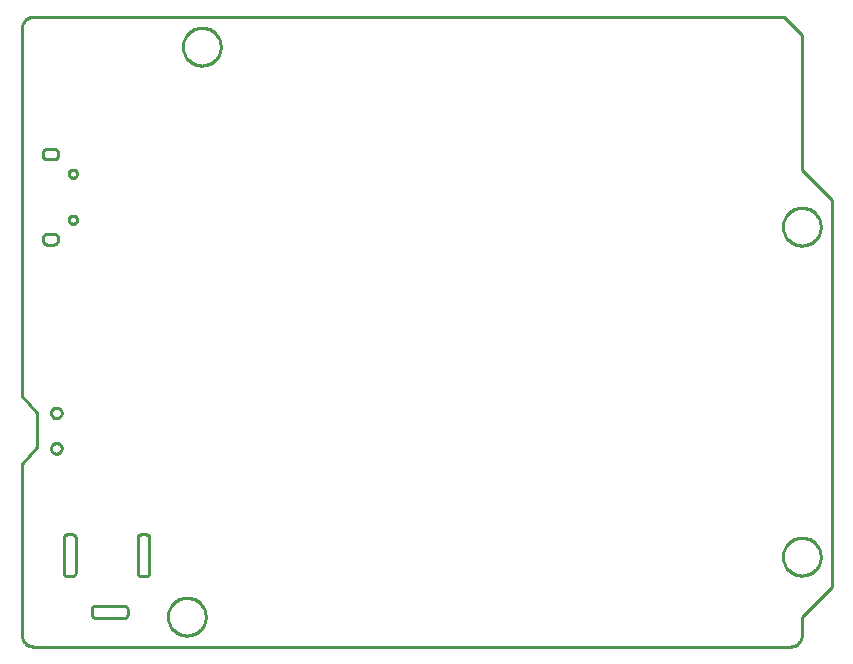
<source format=gbr>
G04 EAGLE Gerber RS-274X export*
G75*
%MOMM*%
%FSLAX34Y34*%
%LPD*%
%IN*%
%IPPOS*%
%AMOC8*
5,1,8,0,0,1.08239X$1,22.5*%
G01*
%ADD10C,0.254000*%


D10*
X0Y10000D02*
X38Y9128D01*
X152Y8264D01*
X341Y7412D01*
X603Y6580D01*
X937Y5774D01*
X1340Y5000D01*
X1808Y4264D01*
X2340Y3572D01*
X2929Y2929D01*
X3572Y2340D01*
X4264Y1808D01*
X5000Y1340D01*
X5774Y937D01*
X6580Y603D01*
X7412Y341D01*
X8264Y152D01*
X9128Y38D01*
X10000Y0D01*
X650400Y0D01*
X651272Y38D01*
X652136Y152D01*
X652988Y341D01*
X653820Y603D01*
X654626Y937D01*
X655400Y1340D01*
X656136Y1808D01*
X656828Y2340D01*
X657471Y2929D01*
X658060Y3572D01*
X658592Y4264D01*
X659060Y5000D01*
X659463Y5774D01*
X659797Y6580D01*
X660059Y7412D01*
X660248Y8264D01*
X660362Y9128D01*
X660400Y10000D01*
X660400Y25400D01*
X685800Y50800D01*
X685800Y378460D01*
X660400Y403860D01*
X660400Y518160D01*
X645160Y533400D01*
X10000Y533400D01*
X9128Y533362D01*
X8264Y533248D01*
X7412Y533059D01*
X6580Y532797D01*
X5774Y532463D01*
X5000Y532060D01*
X4264Y531592D01*
X3572Y531060D01*
X2929Y530471D01*
X2340Y529828D01*
X1808Y529136D01*
X1340Y528400D01*
X937Y527626D01*
X603Y526820D01*
X341Y525988D01*
X152Y525136D01*
X38Y524272D01*
X0Y523400D01*
X0Y212090D01*
X12700Y198120D01*
X12700Y168910D01*
X0Y154940D01*
X0Y10000D01*
X59480Y26970D02*
X59490Y26752D01*
X59518Y26536D01*
X59565Y26323D01*
X59631Y26115D01*
X59714Y25913D01*
X59815Y25720D01*
X59932Y25536D01*
X60065Y25363D01*
X60212Y25202D01*
X60373Y25055D01*
X60546Y24922D01*
X60730Y24805D01*
X60923Y24704D01*
X61125Y24621D01*
X61333Y24555D01*
X61546Y24508D01*
X61762Y24480D01*
X61980Y24470D01*
X86980Y24470D01*
X87198Y24480D01*
X87414Y24508D01*
X87627Y24555D01*
X87835Y24621D01*
X88037Y24704D01*
X88230Y24805D01*
X88414Y24922D01*
X88587Y25055D01*
X88748Y25202D01*
X88895Y25363D01*
X89028Y25536D01*
X89145Y25720D01*
X89246Y25913D01*
X89329Y26115D01*
X89395Y26323D01*
X89442Y26536D01*
X89471Y26752D01*
X89480Y26970D01*
X89480Y31970D01*
X89471Y32188D01*
X89442Y32404D01*
X89395Y32617D01*
X89329Y32825D01*
X89246Y33027D01*
X89145Y33220D01*
X89028Y33404D01*
X88895Y33577D01*
X88748Y33738D01*
X88587Y33885D01*
X88414Y34018D01*
X88230Y34135D01*
X88037Y34236D01*
X87835Y34319D01*
X87627Y34385D01*
X87414Y34432D01*
X87198Y34461D01*
X86980Y34470D01*
X61980Y34470D01*
X61762Y34461D01*
X61546Y34432D01*
X61333Y34385D01*
X61125Y34319D01*
X60923Y34236D01*
X60730Y34135D01*
X60546Y34018D01*
X60373Y33885D01*
X60212Y33738D01*
X60065Y33577D01*
X59932Y33404D01*
X59815Y33220D01*
X59714Y33027D01*
X59631Y32825D01*
X59565Y32617D01*
X59518Y32404D01*
X59490Y32188D01*
X59480Y31970D01*
X59480Y26970D01*
X97980Y62470D02*
X97990Y62252D01*
X98018Y62036D01*
X98065Y61823D01*
X98131Y61615D01*
X98214Y61413D01*
X98315Y61220D01*
X98432Y61036D01*
X98565Y60863D01*
X98712Y60702D01*
X98873Y60555D01*
X99046Y60422D01*
X99230Y60305D01*
X99423Y60204D01*
X99625Y60121D01*
X99833Y60055D01*
X100046Y60008D01*
X100262Y59980D01*
X100480Y59970D01*
X105480Y59970D01*
X105698Y59980D01*
X105914Y60008D01*
X106127Y60055D01*
X106335Y60121D01*
X106537Y60204D01*
X106730Y60305D01*
X106914Y60422D01*
X107087Y60555D01*
X107248Y60702D01*
X107395Y60863D01*
X107528Y61036D01*
X107645Y61220D01*
X107746Y61413D01*
X107829Y61615D01*
X107895Y61823D01*
X107942Y62036D01*
X107971Y62252D01*
X107980Y62470D01*
X107980Y92470D01*
X107971Y92688D01*
X107942Y92904D01*
X107895Y93117D01*
X107829Y93325D01*
X107746Y93527D01*
X107645Y93720D01*
X107528Y93904D01*
X107395Y94077D01*
X107248Y94238D01*
X107087Y94385D01*
X106914Y94518D01*
X106730Y94635D01*
X106537Y94736D01*
X106335Y94819D01*
X106127Y94885D01*
X105914Y94932D01*
X105698Y94961D01*
X105480Y94970D01*
X100480Y94970D01*
X100262Y94961D01*
X100046Y94932D01*
X99833Y94885D01*
X99625Y94819D01*
X99423Y94736D01*
X99230Y94635D01*
X99046Y94518D01*
X98873Y94385D01*
X98712Y94238D01*
X98565Y94077D01*
X98432Y93904D01*
X98315Y93720D01*
X98214Y93527D01*
X98131Y93325D01*
X98065Y93117D01*
X98018Y92904D01*
X97990Y92688D01*
X97980Y92470D01*
X97980Y62470D01*
X35480Y62470D02*
X35490Y62252D01*
X35518Y62036D01*
X35565Y61823D01*
X35631Y61615D01*
X35714Y61413D01*
X35815Y61220D01*
X35932Y61036D01*
X36065Y60863D01*
X36212Y60702D01*
X36373Y60555D01*
X36546Y60422D01*
X36730Y60305D01*
X36923Y60204D01*
X37125Y60121D01*
X37333Y60055D01*
X37546Y60008D01*
X37762Y59980D01*
X37980Y59970D01*
X42980Y59970D01*
X43198Y59980D01*
X43414Y60008D01*
X43627Y60055D01*
X43835Y60121D01*
X44037Y60204D01*
X44230Y60305D01*
X44414Y60422D01*
X44587Y60555D01*
X44748Y60702D01*
X44895Y60863D01*
X45028Y61036D01*
X45145Y61220D01*
X45246Y61413D01*
X45329Y61615D01*
X45395Y61823D01*
X45442Y62036D01*
X45471Y62252D01*
X45480Y62470D01*
X45480Y92470D01*
X45471Y92688D01*
X45442Y92904D01*
X45395Y93117D01*
X45329Y93325D01*
X45246Y93527D01*
X45145Y93720D01*
X45028Y93904D01*
X44895Y94077D01*
X44748Y94238D01*
X44587Y94385D01*
X44414Y94518D01*
X44230Y94635D01*
X44037Y94736D01*
X43835Y94819D01*
X43627Y94885D01*
X43414Y94932D01*
X43198Y94961D01*
X42980Y94970D01*
X37980Y94970D01*
X37762Y94961D01*
X37546Y94932D01*
X37333Y94885D01*
X37125Y94819D01*
X36923Y94736D01*
X36730Y94635D01*
X36546Y94518D01*
X36373Y94385D01*
X36212Y94238D01*
X36065Y94077D01*
X35932Y93904D01*
X35815Y93720D01*
X35714Y93527D01*
X35631Y93325D01*
X35565Y93117D01*
X35518Y92904D01*
X35490Y92688D01*
X35480Y92470D01*
X35480Y62470D01*
X17680Y345000D02*
X17652Y344649D01*
X17654Y344298D01*
X17687Y343948D01*
X17750Y343602D01*
X17843Y343263D01*
X17966Y342933D01*
X18117Y342615D01*
X18294Y342312D01*
X18498Y342025D01*
X18726Y341757D01*
X18976Y341510D01*
X19247Y341286D01*
X19536Y341086D01*
X19842Y340912D01*
X20162Y340766D01*
X20493Y340648D01*
X20833Y340559D01*
X21180Y340500D01*
X27180Y340500D01*
X27527Y340559D01*
X27867Y340648D01*
X28198Y340766D01*
X28518Y340912D01*
X28824Y341086D01*
X29113Y341286D01*
X29384Y341510D01*
X29634Y341757D01*
X29862Y342025D01*
X30066Y342312D01*
X30243Y342615D01*
X30394Y342933D01*
X30517Y343263D01*
X30610Y343602D01*
X30673Y343948D01*
X30706Y344298D01*
X30708Y344649D01*
X30680Y345000D01*
X30708Y345351D01*
X30706Y345702D01*
X30673Y346052D01*
X30610Y346398D01*
X30517Y346737D01*
X30394Y347067D01*
X30243Y347385D01*
X30066Y347688D01*
X29862Y347975D01*
X29634Y348243D01*
X29384Y348490D01*
X29113Y348714D01*
X28824Y348914D01*
X28518Y349088D01*
X28198Y349234D01*
X27867Y349352D01*
X27527Y349441D01*
X27180Y349500D01*
X21180Y349500D01*
X20833Y349441D01*
X20493Y349352D01*
X20162Y349234D01*
X19842Y349088D01*
X19536Y348914D01*
X19247Y348714D01*
X18976Y348490D01*
X18726Y348243D01*
X18498Y347975D01*
X18294Y347688D01*
X18117Y347385D01*
X17966Y347067D01*
X17843Y346737D01*
X17750Y346398D01*
X17687Y346052D01*
X17654Y345702D01*
X17652Y345351D01*
X17680Y345000D01*
X17680Y416000D02*
X17716Y415674D01*
X17780Y415353D01*
X17872Y415038D01*
X17992Y414733D01*
X18137Y414439D01*
X18307Y414159D01*
X18502Y413894D01*
X18718Y413648D01*
X18955Y413422D01*
X19211Y413217D01*
X19484Y413035D01*
X19772Y412877D01*
X20072Y412746D01*
X20382Y412641D01*
X20701Y412563D01*
X21025Y412514D01*
X21352Y412492D01*
X21680Y412500D01*
X27180Y412500D01*
X27485Y412513D01*
X27788Y412553D01*
X28086Y412619D01*
X28377Y412711D01*
X28659Y412828D01*
X28930Y412969D01*
X29188Y413133D01*
X29430Y413319D01*
X29655Y413525D01*
X29861Y413750D01*
X30047Y413992D01*
X30211Y414250D01*
X30352Y414521D01*
X30469Y414803D01*
X30561Y415094D01*
X30627Y415392D01*
X30667Y415695D01*
X30680Y416000D01*
X30680Y418000D01*
X30667Y418305D01*
X30627Y418608D01*
X30561Y418906D01*
X30469Y419197D01*
X30352Y419479D01*
X30211Y419750D01*
X30047Y420008D01*
X29861Y420250D01*
X29655Y420475D01*
X29430Y420681D01*
X29188Y420867D01*
X28930Y421031D01*
X28659Y421172D01*
X28377Y421289D01*
X28086Y421381D01*
X27788Y421447D01*
X27485Y421487D01*
X27180Y421500D01*
X21680Y421500D01*
X21352Y421508D01*
X21025Y421486D01*
X20701Y421437D01*
X20382Y421359D01*
X20072Y421254D01*
X19772Y421123D01*
X19484Y420965D01*
X19211Y420783D01*
X18955Y420578D01*
X18718Y420352D01*
X18502Y420106D01*
X18307Y419842D01*
X18137Y419561D01*
X17992Y419268D01*
X17872Y418962D01*
X17780Y418647D01*
X17716Y418326D01*
X17680Y418000D01*
X17680Y416000D01*
X676400Y355076D02*
X676332Y354031D01*
X676195Y352992D01*
X675990Y351965D01*
X675719Y350953D01*
X675383Y349961D01*
X674982Y348993D01*
X674518Y348054D01*
X673995Y347146D01*
X673413Y346275D01*
X672775Y345444D01*
X672084Y344657D01*
X671343Y343916D01*
X670556Y343225D01*
X669725Y342588D01*
X668854Y342006D01*
X667946Y341482D01*
X667007Y341018D01*
X666039Y340617D01*
X665047Y340281D01*
X664035Y340010D01*
X663008Y339805D01*
X661969Y339669D01*
X660924Y339600D01*
X659876Y339600D01*
X658831Y339669D01*
X657792Y339805D01*
X656765Y340010D01*
X655753Y340281D01*
X654761Y340617D01*
X653793Y341018D01*
X652854Y341482D01*
X651946Y342006D01*
X651075Y342588D01*
X650244Y343225D01*
X649457Y343916D01*
X648716Y344657D01*
X648025Y345444D01*
X647388Y346275D01*
X646806Y347146D01*
X646282Y348054D01*
X645818Y348993D01*
X645417Y349961D01*
X645081Y350953D01*
X644810Y351965D01*
X644605Y352992D01*
X644469Y354031D01*
X644400Y355076D01*
X644400Y356124D01*
X644469Y357169D01*
X644605Y358208D01*
X644810Y359235D01*
X645081Y360247D01*
X645417Y361239D01*
X645818Y362207D01*
X646282Y363146D01*
X646806Y364054D01*
X647388Y364925D01*
X648025Y365756D01*
X648716Y366543D01*
X649457Y367284D01*
X650244Y367975D01*
X651075Y368613D01*
X651946Y369195D01*
X652854Y369718D01*
X653793Y370182D01*
X654761Y370583D01*
X655753Y370919D01*
X656765Y371190D01*
X657792Y371395D01*
X658831Y371532D01*
X659876Y371600D01*
X660924Y371600D01*
X661969Y371532D01*
X663008Y371395D01*
X664035Y371190D01*
X665047Y370919D01*
X666039Y370583D01*
X667007Y370182D01*
X667946Y369718D01*
X668854Y369195D01*
X669725Y368613D01*
X670556Y367975D01*
X671343Y367284D01*
X672084Y366543D01*
X672775Y365756D01*
X673413Y364925D01*
X673995Y364054D01*
X674518Y363146D01*
X674982Y362207D01*
X675383Y361239D01*
X675719Y360247D01*
X675990Y359235D01*
X676195Y358208D01*
X676332Y357169D01*
X676400Y356124D01*
X676400Y355076D01*
X676400Y75676D02*
X676332Y74631D01*
X676195Y73592D01*
X675990Y72565D01*
X675719Y71553D01*
X675383Y70561D01*
X674982Y69593D01*
X674518Y68654D01*
X673995Y67746D01*
X673413Y66875D01*
X672775Y66044D01*
X672084Y65257D01*
X671343Y64516D01*
X670556Y63825D01*
X669725Y63188D01*
X668854Y62606D01*
X667946Y62082D01*
X667007Y61618D01*
X666039Y61217D01*
X665047Y60881D01*
X664035Y60610D01*
X663008Y60405D01*
X661969Y60269D01*
X660924Y60200D01*
X659876Y60200D01*
X658831Y60269D01*
X657792Y60405D01*
X656765Y60610D01*
X655753Y60881D01*
X654761Y61217D01*
X653793Y61618D01*
X652854Y62082D01*
X651946Y62606D01*
X651075Y63188D01*
X650244Y63825D01*
X649457Y64516D01*
X648716Y65257D01*
X648025Y66044D01*
X647388Y66875D01*
X646806Y67746D01*
X646282Y68654D01*
X645818Y69593D01*
X645417Y70561D01*
X645081Y71553D01*
X644810Y72565D01*
X644605Y73592D01*
X644469Y74631D01*
X644400Y75676D01*
X644400Y76724D01*
X644469Y77769D01*
X644605Y78808D01*
X644810Y79835D01*
X645081Y80847D01*
X645417Y81839D01*
X645818Y82807D01*
X646282Y83746D01*
X646806Y84654D01*
X647388Y85525D01*
X648025Y86356D01*
X648716Y87143D01*
X649457Y87884D01*
X650244Y88575D01*
X651075Y89213D01*
X651946Y89795D01*
X652854Y90318D01*
X653793Y90782D01*
X654761Y91183D01*
X655753Y91519D01*
X656765Y91790D01*
X657792Y91995D01*
X658831Y92132D01*
X659876Y92200D01*
X660924Y92200D01*
X661969Y92132D01*
X663008Y91995D01*
X664035Y91790D01*
X665047Y91519D01*
X666039Y91183D01*
X667007Y90782D01*
X667946Y90318D01*
X668854Y89795D01*
X669725Y89213D01*
X670556Y88575D01*
X671343Y87884D01*
X672084Y87143D01*
X672775Y86356D01*
X673413Y85525D01*
X673995Y84654D01*
X674518Y83746D01*
X674982Y82807D01*
X675383Y81839D01*
X675719Y80847D01*
X675990Y79835D01*
X676195Y78808D01*
X676332Y77769D01*
X676400Y76724D01*
X676400Y75676D01*
X168400Y507476D02*
X168332Y506431D01*
X168195Y505392D01*
X167990Y504365D01*
X167719Y503353D01*
X167383Y502361D01*
X166982Y501393D01*
X166518Y500454D01*
X165995Y499546D01*
X165413Y498675D01*
X164775Y497844D01*
X164084Y497057D01*
X163343Y496316D01*
X162556Y495625D01*
X161725Y494988D01*
X160854Y494406D01*
X159946Y493882D01*
X159007Y493418D01*
X158039Y493017D01*
X157047Y492681D01*
X156035Y492410D01*
X155008Y492205D01*
X153969Y492069D01*
X152924Y492000D01*
X151876Y492000D01*
X150831Y492069D01*
X149792Y492205D01*
X148765Y492410D01*
X147753Y492681D01*
X146761Y493017D01*
X145793Y493418D01*
X144854Y493882D01*
X143946Y494406D01*
X143075Y494988D01*
X142244Y495625D01*
X141457Y496316D01*
X140716Y497057D01*
X140025Y497844D01*
X139388Y498675D01*
X138806Y499546D01*
X138282Y500454D01*
X137818Y501393D01*
X137417Y502361D01*
X137081Y503353D01*
X136810Y504365D01*
X136605Y505392D01*
X136469Y506431D01*
X136400Y507476D01*
X136400Y508524D01*
X136469Y509569D01*
X136605Y510608D01*
X136810Y511635D01*
X137081Y512647D01*
X137417Y513639D01*
X137818Y514607D01*
X138282Y515546D01*
X138806Y516454D01*
X139388Y517325D01*
X140025Y518156D01*
X140716Y518943D01*
X141457Y519684D01*
X142244Y520375D01*
X143075Y521013D01*
X143946Y521595D01*
X144854Y522118D01*
X145793Y522582D01*
X146761Y522983D01*
X147753Y523319D01*
X148765Y523590D01*
X149792Y523795D01*
X150831Y523932D01*
X151876Y524000D01*
X152924Y524000D01*
X153969Y523932D01*
X155008Y523795D01*
X156035Y523590D01*
X157047Y523319D01*
X158039Y522983D01*
X159007Y522582D01*
X159946Y522118D01*
X160854Y521595D01*
X161725Y521013D01*
X162556Y520375D01*
X163343Y519684D01*
X164084Y518943D01*
X164775Y518156D01*
X165413Y517325D01*
X165995Y516454D01*
X166518Y515546D01*
X166982Y514607D01*
X167383Y513639D01*
X167719Y512647D01*
X167990Y511635D01*
X168195Y510608D01*
X168332Y509569D01*
X168400Y508524D01*
X168400Y507476D01*
X155700Y24876D02*
X155632Y23831D01*
X155495Y22792D01*
X155290Y21765D01*
X155019Y20753D01*
X154683Y19761D01*
X154282Y18793D01*
X153818Y17854D01*
X153295Y16946D01*
X152713Y16075D01*
X152075Y15244D01*
X151384Y14457D01*
X150643Y13716D01*
X149856Y13025D01*
X149025Y12388D01*
X148154Y11806D01*
X147246Y11282D01*
X146307Y10818D01*
X145339Y10417D01*
X144347Y10081D01*
X143335Y9810D01*
X142308Y9605D01*
X141269Y9469D01*
X140224Y9400D01*
X139176Y9400D01*
X138131Y9469D01*
X137092Y9605D01*
X136065Y9810D01*
X135053Y10081D01*
X134061Y10417D01*
X133093Y10818D01*
X132154Y11282D01*
X131246Y11806D01*
X130375Y12388D01*
X129544Y13025D01*
X128757Y13716D01*
X128016Y14457D01*
X127325Y15244D01*
X126688Y16075D01*
X126106Y16946D01*
X125582Y17854D01*
X125118Y18793D01*
X124717Y19761D01*
X124381Y20753D01*
X124110Y21765D01*
X123905Y22792D01*
X123769Y23831D01*
X123700Y24876D01*
X123700Y25924D01*
X123769Y26969D01*
X123905Y28008D01*
X124110Y29035D01*
X124381Y30047D01*
X124717Y31039D01*
X125118Y32007D01*
X125582Y32946D01*
X126106Y33854D01*
X126688Y34725D01*
X127325Y35556D01*
X128016Y36343D01*
X128757Y37084D01*
X129544Y37775D01*
X130375Y38413D01*
X131246Y38995D01*
X132154Y39518D01*
X133093Y39982D01*
X134061Y40383D01*
X135053Y40719D01*
X136065Y40990D01*
X137092Y41195D01*
X138131Y41332D01*
X139176Y41400D01*
X140224Y41400D01*
X141269Y41332D01*
X142308Y41195D01*
X143335Y40990D01*
X144347Y40719D01*
X145339Y40383D01*
X146307Y39982D01*
X147246Y39518D01*
X148154Y38995D01*
X149025Y38413D01*
X149856Y37775D01*
X150643Y37084D01*
X151384Y36343D01*
X152075Y35556D01*
X152713Y34725D01*
X153295Y33854D01*
X153818Y32946D01*
X154282Y32007D01*
X154683Y31039D01*
X155019Y30047D01*
X155290Y29035D01*
X155495Y28008D01*
X155632Y26969D01*
X155700Y25924D01*
X155700Y24876D01*
X42951Y397000D02*
X42496Y397060D01*
X42053Y397179D01*
X41629Y397354D01*
X41231Y397584D01*
X40867Y397863D01*
X40543Y398187D01*
X40264Y398551D01*
X40034Y398949D01*
X39859Y399373D01*
X39740Y399816D01*
X39680Y400271D01*
X39680Y400729D01*
X39740Y401184D01*
X39859Y401627D01*
X40034Y402051D01*
X40264Y402449D01*
X40543Y402813D01*
X40867Y403137D01*
X41231Y403416D01*
X41629Y403646D01*
X42053Y403821D01*
X42496Y403940D01*
X42951Y404000D01*
X43409Y404000D01*
X43864Y403940D01*
X44307Y403821D01*
X44731Y403646D01*
X45129Y403416D01*
X45493Y403137D01*
X45817Y402813D01*
X46096Y402449D01*
X46326Y402051D01*
X46501Y401627D01*
X46620Y401184D01*
X46680Y400729D01*
X46680Y400271D01*
X46620Y399816D01*
X46501Y399373D01*
X46326Y398949D01*
X46096Y398551D01*
X45817Y398187D01*
X45493Y397863D01*
X45129Y397584D01*
X44731Y397354D01*
X44307Y397179D01*
X43864Y397060D01*
X43409Y397000D01*
X42951Y397000D01*
X42951Y358000D02*
X42496Y358060D01*
X42053Y358179D01*
X41629Y358354D01*
X41231Y358584D01*
X40867Y358863D01*
X40543Y359187D01*
X40264Y359551D01*
X40034Y359949D01*
X39859Y360373D01*
X39740Y360816D01*
X39680Y361271D01*
X39680Y361729D01*
X39740Y362184D01*
X39859Y362627D01*
X40034Y363051D01*
X40264Y363449D01*
X40543Y363813D01*
X40867Y364137D01*
X41231Y364416D01*
X41629Y364646D01*
X42053Y364821D01*
X42496Y364940D01*
X42951Y365000D01*
X43409Y365000D01*
X43864Y364940D01*
X44307Y364821D01*
X44731Y364646D01*
X45129Y364416D01*
X45493Y364137D01*
X45817Y363813D01*
X46096Y363449D01*
X46326Y363051D01*
X46501Y362627D01*
X46620Y362184D01*
X46680Y361729D01*
X46680Y361271D01*
X46620Y360816D01*
X46501Y360373D01*
X46326Y359949D01*
X46096Y359551D01*
X45817Y359187D01*
X45493Y358863D01*
X45129Y358584D01*
X44731Y358354D01*
X44307Y358179D01*
X43864Y358060D01*
X43409Y358000D01*
X42951Y358000D01*
X28915Y193380D02*
X28330Y193457D01*
X27760Y193610D01*
X27215Y193835D01*
X26705Y194130D01*
X26237Y194489D01*
X25819Y194907D01*
X25460Y195375D01*
X25165Y195885D01*
X24940Y196430D01*
X24787Y197000D01*
X24710Y197585D01*
X24710Y198175D01*
X24787Y198760D01*
X24940Y199330D01*
X25165Y199875D01*
X25460Y200385D01*
X25819Y200853D01*
X26237Y201271D01*
X26705Y201630D01*
X27215Y201925D01*
X27760Y202150D01*
X28330Y202303D01*
X28915Y202380D01*
X29505Y202380D01*
X30090Y202303D01*
X30660Y202150D01*
X31205Y201925D01*
X31715Y201630D01*
X32183Y201271D01*
X32601Y200853D01*
X32960Y200385D01*
X33255Y199875D01*
X33480Y199330D01*
X33633Y198760D01*
X33710Y198175D01*
X33710Y197585D01*
X33633Y197000D01*
X33480Y196430D01*
X33255Y195885D01*
X32960Y195375D01*
X32601Y194907D01*
X32183Y194489D01*
X31715Y194130D01*
X31205Y193835D01*
X30660Y193610D01*
X30090Y193457D01*
X29505Y193380D01*
X28915Y193380D01*
X28915Y163380D02*
X28330Y163457D01*
X27760Y163610D01*
X27215Y163835D01*
X26705Y164130D01*
X26237Y164489D01*
X25819Y164907D01*
X25460Y165375D01*
X25165Y165885D01*
X24940Y166430D01*
X24787Y167000D01*
X24710Y167585D01*
X24710Y168175D01*
X24787Y168760D01*
X24940Y169330D01*
X25165Y169875D01*
X25460Y170385D01*
X25819Y170853D01*
X26237Y171271D01*
X26705Y171630D01*
X27215Y171925D01*
X27760Y172150D01*
X28330Y172303D01*
X28915Y172380D01*
X29505Y172380D01*
X30090Y172303D01*
X30660Y172150D01*
X31205Y171925D01*
X31715Y171630D01*
X32183Y171271D01*
X32601Y170853D01*
X32960Y170385D01*
X33255Y169875D01*
X33480Y169330D01*
X33633Y168760D01*
X33710Y168175D01*
X33710Y167585D01*
X33633Y167000D01*
X33480Y166430D01*
X33255Y165885D01*
X32960Y165375D01*
X32601Y164907D01*
X32183Y164489D01*
X31715Y164130D01*
X31205Y163835D01*
X30660Y163610D01*
X30090Y163457D01*
X29505Y163380D01*
X28915Y163380D01*
M02*

</source>
